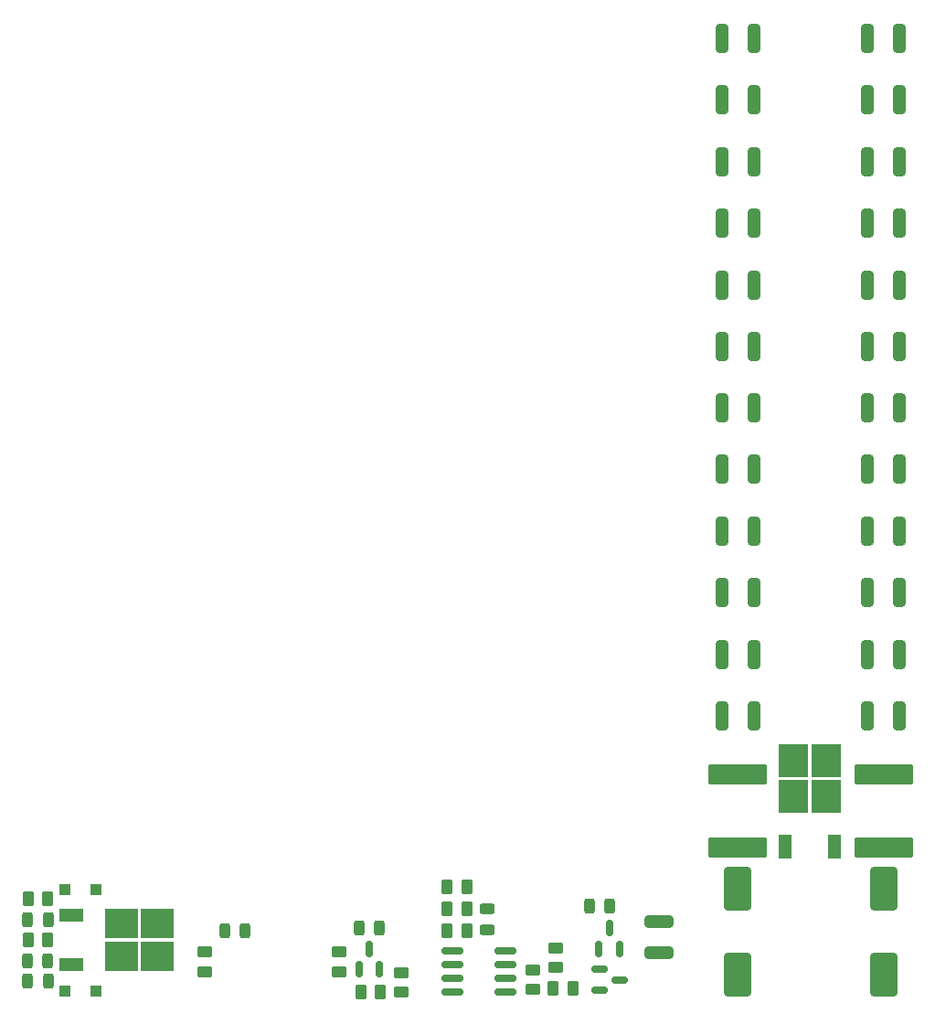
<source format=gtp>
G04 #@! TF.GenerationSoftware,KiCad,Pcbnew,(6.0.8-1)-1*
G04 #@! TF.CreationDate,2022-10-22T21:37:00+02:00*
G04 #@! TF.ProjectId,shunt_regulator,7368756e-745f-4726-9567-756c61746f72,rev?*
G04 #@! TF.SameCoordinates,Original*
G04 #@! TF.FileFunction,Paste,Top*
G04 #@! TF.FilePolarity,Positive*
%FSLAX46Y46*%
G04 Gerber Fmt 4.6, Leading zero omitted, Abs format (unit mm)*
G04 Created by KiCad (PCBNEW (6.0.8-1)-1) date 2022-10-22 21:37:00*
%MOMM*%
%LPD*%
G01*
G04 APERTURE LIST*
G04 Aperture macros list*
%AMRoundRect*
0 Rectangle with rounded corners*
0 $1 Rounding radius*
0 $2 $3 $4 $5 $6 $7 $8 $9 X,Y pos of 4 corners*
0 Add a 4 corners polygon primitive as box body*
4,1,4,$2,$3,$4,$5,$6,$7,$8,$9,$2,$3,0*
0 Add four circle primitives for the rounded corners*
1,1,$1+$1,$2,$3*
1,1,$1+$1,$4,$5*
1,1,$1+$1,$6,$7*
1,1,$1+$1,$8,$9*
0 Add four rect primitives between the rounded corners*
20,1,$1+$1,$2,$3,$4,$5,0*
20,1,$1+$1,$4,$5,$6,$7,0*
20,1,$1+$1,$6,$7,$8,$9,0*
20,1,$1+$1,$8,$9,$2,$3,0*%
G04 Aperture macros list end*
%ADD10R,2.750000X3.050000*%
%ADD11R,1.200000X2.200000*%
%ADD12RoundRect,0.250000X-1.000000X1.750000X-1.000000X-1.750000X1.000000X-1.750000X1.000000X1.750000X0*%
%ADD13RoundRect,0.250000X0.262500X0.450000X-0.262500X0.450000X-0.262500X-0.450000X0.262500X-0.450000X0*%
%ADD14RoundRect,0.243750X0.456250X-0.243750X0.456250X0.243750X-0.456250X0.243750X-0.456250X-0.243750X0*%
%ADD15RoundRect,0.150000X0.825000X0.150000X-0.825000X0.150000X-0.825000X-0.150000X0.825000X-0.150000X0*%
%ADD16R,2.200000X1.200000*%
%ADD17R,3.050000X2.750000*%
%ADD18RoundRect,0.250000X0.312500X1.075000X-0.312500X1.075000X-0.312500X-1.075000X0.312500X-1.075000X0*%
%ADD19RoundRect,0.250000X-0.312500X-1.075000X0.312500X-1.075000X0.312500X1.075000X-0.312500X1.075000X0*%
%ADD20RoundRect,0.250000X1.075000X-0.312500X1.075000X0.312500X-1.075000X0.312500X-1.075000X-0.312500X0*%
%ADD21RoundRect,0.250000X-0.262500X-0.450000X0.262500X-0.450000X0.262500X0.450000X-0.262500X0.450000X0*%
%ADD22RoundRect,0.250000X0.450000X-0.262500X0.450000X0.262500X-0.450000X0.262500X-0.450000X-0.262500X0*%
%ADD23RoundRect,0.250000X-0.450000X0.262500X-0.450000X-0.262500X0.450000X-0.262500X0.450000X0.262500X0*%
%ADD24RoundRect,0.150000X-0.587500X-0.150000X0.587500X-0.150000X0.587500X0.150000X-0.587500X0.150000X0*%
%ADD25RoundRect,0.150000X0.150000X-0.587500X0.150000X0.587500X-0.150000X0.587500X-0.150000X-0.587500X0*%
%ADD26RoundRect,0.250000X2.475000X-0.712500X2.475000X0.712500X-2.475000X0.712500X-2.475000X-0.712500X0*%
%ADD27R,1.100000X1.100000*%
%ADD28RoundRect,0.243750X0.243750X0.456250X-0.243750X0.456250X-0.243750X-0.456250X0.243750X-0.456250X0*%
%ADD29RoundRect,0.243750X-0.243750X-0.456250X0.243750X-0.456250X0.243750X0.456250X-0.243750X0.456250X0*%
G04 APERTURE END LIST*
D10*
X43173000Y-1487000D03*
X46223000Y-1487000D03*
X43173000Y1863000D03*
X46223000Y1863000D03*
D11*
X42418000Y-6112000D03*
X46978000Y-6112000D03*
D12*
X51562000Y-9986000D03*
X51562000Y-17986000D03*
X38000000Y-10000000D03*
X38000000Y-18000000D03*
D13*
X11152500Y-9795000D03*
X12977500Y-9795000D03*
D14*
X14859000Y-13780500D03*
X14859000Y-11905500D03*
D15*
X16572000Y-19574000D03*
X16572000Y-18304000D03*
X16572000Y-17034000D03*
X16572000Y-15764000D03*
X11622000Y-15764000D03*
X11622000Y-17034000D03*
X11622000Y-18304000D03*
X11622000Y-19574000D03*
D16*
X-23675000Y-17029000D03*
X-23675000Y-12469000D03*
D17*
X-15700000Y-16274000D03*
X-15700000Y-13224000D03*
X-19050000Y-16274000D03*
X-19050000Y-13224000D03*
D18*
X36599000Y68741000D03*
X39524000Y68741000D03*
X36599000Y63026000D03*
X39524000Y63026000D03*
X36599000Y57311000D03*
X39524000Y57311000D03*
X36599000Y51596000D03*
X39524000Y51596000D03*
X36599000Y45881000D03*
X39524000Y45881000D03*
X36599000Y40166000D03*
X39524000Y40166000D03*
D19*
X53024500Y40180000D03*
X50099500Y40180000D03*
X53024500Y45895000D03*
X50099500Y45895000D03*
X53024500Y51610000D03*
X50099500Y51610000D03*
X53024500Y57325000D03*
X50099500Y57325000D03*
X53024500Y63040000D03*
X50099500Y63040000D03*
X53024500Y68755000D03*
X50099500Y68755000D03*
D18*
X36599000Y34535500D03*
X39524000Y34535500D03*
X36599000Y28820500D03*
X39524000Y28820500D03*
X36599000Y23105500D03*
X39524000Y23105500D03*
X36599000Y17390500D03*
X39524000Y17390500D03*
X36599000Y11675500D03*
X39524000Y11675500D03*
X36599000Y5960500D03*
X39524000Y5960500D03*
D19*
X50099500Y5974500D03*
X53024500Y5974500D03*
X50099500Y11689500D03*
X53024500Y11689500D03*
X50099500Y17404500D03*
X53024500Y17404500D03*
X50099500Y23119500D03*
X53024500Y23119500D03*
X50099500Y28834500D03*
X53024500Y28834500D03*
X50099500Y34549500D03*
X53024500Y34549500D03*
D20*
X30734000Y-15956500D03*
X30734000Y-13031500D03*
D21*
X22780000Y-19193000D03*
X20955000Y-19193000D03*
D22*
X21209000Y-15486500D03*
X21209000Y-17311500D03*
D23*
X19050000Y-17518500D03*
X19050000Y-19343500D03*
D21*
X11152500Y-13859000D03*
X12977500Y-13859000D03*
X11152500Y-11859000D03*
X12977500Y-11859000D03*
D23*
X6858000Y-17772500D03*
X6858000Y-19597500D03*
D21*
X3151500Y-19574000D03*
X4976500Y-19574000D03*
D13*
X-27685500Y-14749000D03*
X-25860500Y-14749000D03*
D21*
X-27685500Y-10939000D03*
X-25860500Y-10939000D03*
D23*
X1143000Y-15867500D03*
X1143000Y-17692500D03*
D22*
X-11303000Y-17692500D03*
X-11303000Y-15867500D03*
D24*
X25224500Y-17481000D03*
X25224500Y-19381000D03*
X27099500Y-18431000D03*
D25*
X25212000Y-15558500D03*
X27112000Y-15558500D03*
X26162000Y-13683500D03*
X3937000Y-15588500D03*
X4887000Y-17463500D03*
X2987000Y-17463500D03*
D26*
X38000000Y585000D03*
X38000000Y-6190000D03*
X51562000Y599000D03*
X51562000Y-6176000D03*
D27*
X-24236000Y-10050000D03*
X-21436000Y-10050000D03*
X-21436000Y-19448000D03*
X-24236000Y-19448000D03*
D28*
X4874500Y-13605000D03*
X2999500Y-13605000D03*
D29*
X-9446500Y-13859000D03*
X-7571500Y-13859000D03*
D28*
X26210500Y-11591000D03*
X24335500Y-11591000D03*
X-27710500Y-18558000D03*
X-25835500Y-18558000D03*
X-27710500Y-12844000D03*
X-25835500Y-12844000D03*
X-27734500Y-16653000D03*
X-25859500Y-16653000D03*
M02*

</source>
